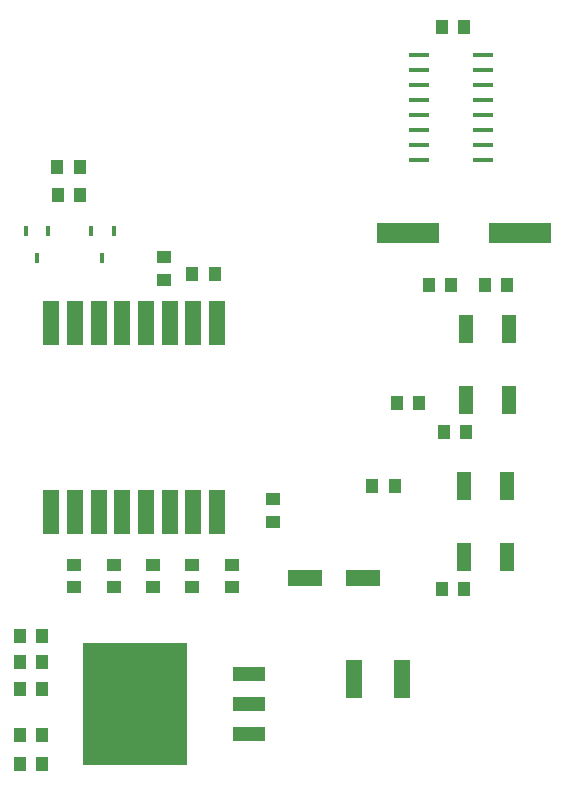
<source format=gbr>
G04 DipTrace 3.3.1.3*
G04 TopPaste.gbr*
%MOIN*%
G04 #@! TF.FileFunction,Paste,Top*
G04 #@! TF.Part,Single*
%ADD56R,0.047118X0.094362*%
%ADD58R,0.054992X0.14948*%
%ADD60R,0.051055X0.043181*%
%ADD68R,0.054992X0.125858*%
%ADD70R,0.346331X0.409323*%
%ADD72R,0.11011X0.049087*%
%ADD74R,0.116016X0.054992*%
%ADD82R,0.017591X0.033339*%
%ADD84R,0.043181X0.051055*%
%ADD86R,0.208535X0.07074*%
%ADD88R,0.07074X0.015622*%
%FSLAX26Y26*%
G04*
G70*
G90*
G75*
G01*
G04 TopPaste*
%LPD*%
D88*
X1862904Y3105480D3*
Y3055480D3*
Y3005480D3*
Y2955480D3*
Y2905480D3*
Y2855480D3*
Y2805480D3*
Y2755480D3*
X2075503D3*
Y2805480D3*
Y2855480D3*
Y2905480D3*
Y2955480D3*
Y3005480D3*
Y3055480D3*
Y3105480D3*
D86*
X1825400Y2511668D3*
X2199416D3*
D84*
X1894157Y2336650D3*
X1968961D3*
X2156480D3*
X2081677D3*
X2012715Y3199240D3*
X1937912D3*
D82*
X625274Y2517919D3*
X550471D3*
X587873Y2427367D3*
D74*
X1481614Y1361547D3*
X1674528D3*
D84*
X606318Y1080268D3*
X531514D3*
X606318Y1167777D3*
X531514D3*
X606318Y992759D3*
X531514D3*
Y836492D3*
X606318D3*
D72*
X1294094Y842743D3*
Y942743D3*
Y1042743D3*
D70*
X916142Y942743D3*
D68*
X1644131Y1024012D3*
X1805549D3*
D84*
X531514Y742732D3*
X606318D3*
D60*
X1375353Y1549067D3*
Y1623870D3*
D58*
X1187833Y1580320D3*
X1109093D3*
X1030353D3*
X951613D3*
X872873D3*
X794133D3*
X715392D3*
X636652D3*
X1187833Y2210241D3*
X1109093D3*
X1030353D3*
X951613D3*
X872873D3*
X794133D3*
X715392D3*
X636652D3*
D56*
X2012920Y1430304D3*
X2154652D3*
Y1666525D3*
X2012920D3*
D60*
X1237839Y1330294D3*
Y1405097D3*
D84*
X1106575Y2374154D3*
X1181378D3*
D60*
X1012815Y2430409D3*
Y2355606D3*
D84*
X2012920Y1324043D3*
X1938117D3*
X2019171Y1849098D3*
X1944367D3*
D56*
X2019171Y1955360D3*
X2160903D3*
Y2191580D3*
X2019171D3*
D60*
X975311Y1405302D3*
Y1330499D3*
X712783Y1405302D3*
Y1330499D3*
X1106575Y1405302D3*
Y1330499D3*
X844047Y1405302D3*
Y1330499D3*
D82*
Y2517919D3*
X769244D3*
X806646Y2427367D3*
D84*
X731535Y2636681D3*
X656732D3*
X656528Y2730441D3*
X731331D3*
X1706638Y1667829D3*
X1781441D3*
X1787896Y1942858D3*
X1862699D3*
M02*

</source>
